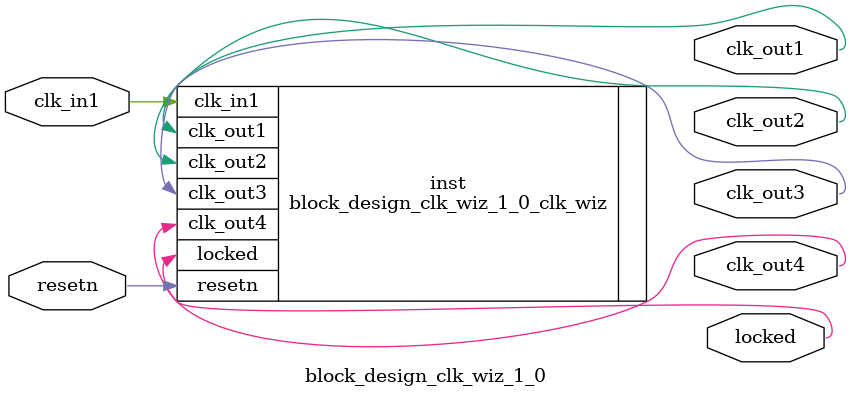
<source format=v>


`timescale 1ps/1ps

(* CORE_GENERATION_INFO = "block_design_clk_wiz_1_0,clk_wiz_v5_3_1,{component_name=block_design_clk_wiz_1_0,use_phase_alignment=true,use_min_o_jitter=false,use_max_i_jitter=false,use_dyn_phase_shift=false,use_inclk_switchover=false,use_dyn_reconfig=false,enable_axi=0,feedback_source=FDBK_AUTO,PRIMITIVE=PLL,num_out_clk=4,clkin1_period=10.0,clkin2_period=10.0,use_power_down=false,use_reset=true,use_locked=true,use_inclk_stopped=false,feedback_type=SINGLE,CLOCK_MGR_TYPE=NA,manual_override=false}" *)

module block_design_clk_wiz_1_0 
 (
 // Clock in ports
  input         clk_in1,
  // Clock out ports
  output        clk_out1,
  output        clk_out2,
  output        clk_out3,
  output        clk_out4,
  // Status and control signals
  input         resetn,
  output        locked
 );

  block_design_clk_wiz_1_0_clk_wiz inst
  (
 // Clock in ports
  .clk_in1(clk_in1),
  // Clock out ports  
  .clk_out1(clk_out1),
  .clk_out2(clk_out2),
  .clk_out3(clk_out3),
  .clk_out4(clk_out4),
  // Status and control signals               
  .resetn(resetn), 
  .locked(locked)            
  );

endmodule

</source>
